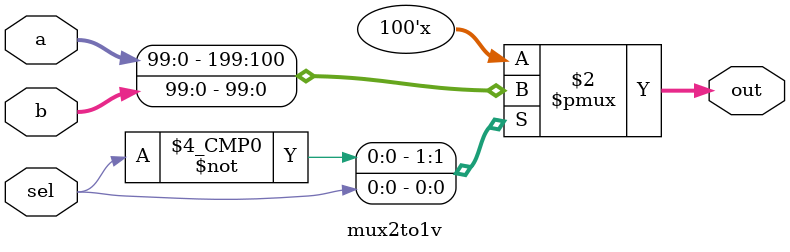
<source format=v>
module mux2to1v(

    input [99:0] a,
    input [99:0] b,
    input        sel,
    output [99:0] out

);


    always @(*) begin
        case (sel)
            0 : out = a;
            1 : out = b;
            
        endcase

    end

endmodule
</source>
